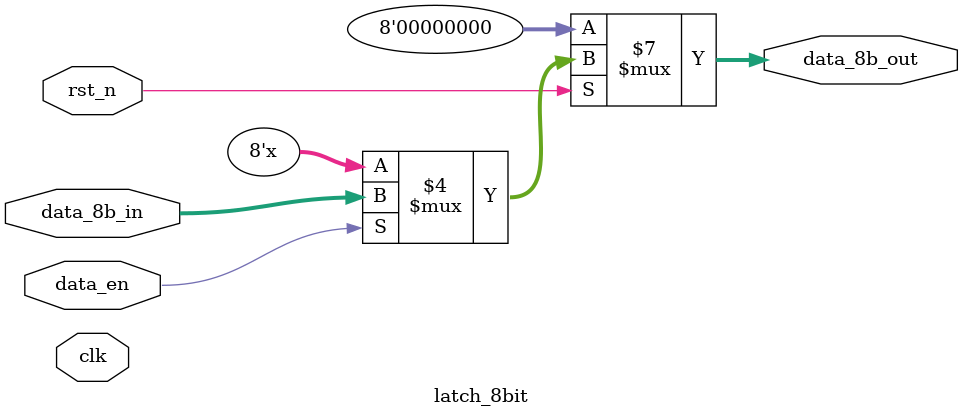
<source format=v>
module latch_8bit(
    input           clk,
    input           rst_n,
    input [7:0]     data_8b_in,
    input           data_en,
    output reg [7:0]     data_8b_out
);

    always @ (rst_n or data_en or data_8b_in) begin
        if (!rst_n) begin
            data_8b_out <= 8'h00;
        end
        else begin
            if (data_en) begin
                data_8b_out <= data_8b_in;
            end
            else data_8b_out <= data_8b_out;
        end
    end

endmodule
</source>
